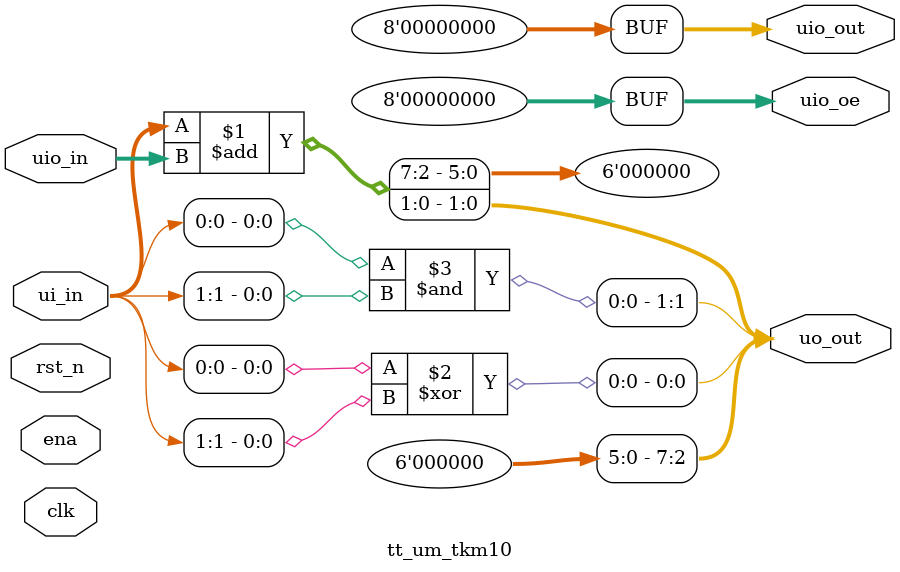
<source format=v>
/*
 * Copyright (c) 2024 Your Name
 * SPDX-License-Identifier: Apache-2.0
 */

`default_nettype none

module tt_um_tkm10 (
    input  wire [7:0] ui_in,    // Dedicated inputs
    output wire [7:0] uo_out,   // Dedicated outputs
    input  wire [7:0] uio_in,   // IOs: Input path
    output wire [7:0] uio_out,  // IOs: Output path
    output wire [7:0] uio_oe,   // IOs: Enable path (active high: 0=input, 1=output)
    input  wire       ena,      // will go high when the design is enabled
    input  wire       clk,      // clock
    input  wire       rst_n     // reset_n - low to reset
);

  // All output pins must be assigned. If not used, assign to 0.
  assign uo_out  = ui_in + uio_in;  // Example: ou_out is the sum of ui_in and uio_in
  assign uio_out = 0;
  assign uio_oe  = 0;
    assign uo_out[0]=ui_in[0] ^ ui_in[1];
    assign uo_out[1]=ui_in[0] & ui_in[1];
    assign uo_out[7:2]=6'b0;

endmodule

</source>
